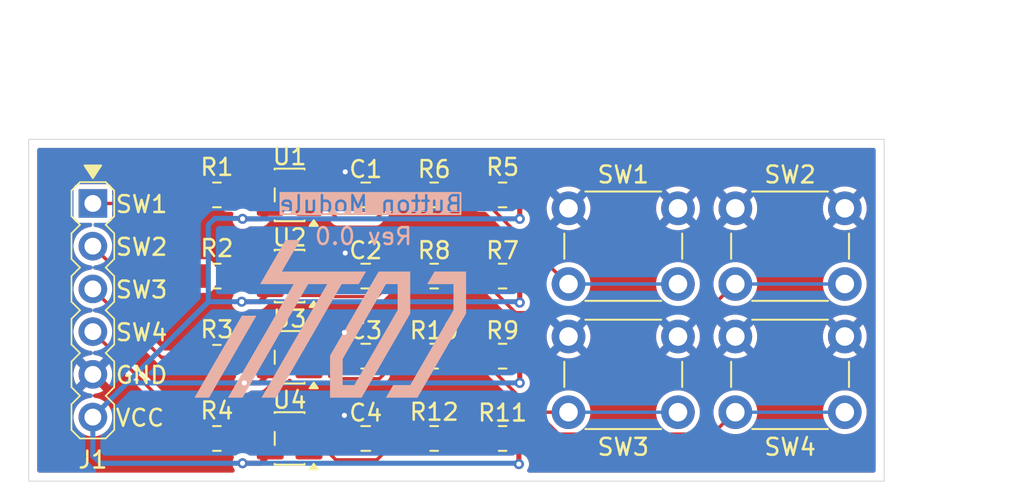
<source format=kicad_pcb>
(kicad_pcb (version 20241229) (generator "pcbnew") (generator_version "9.0")
  (title_block (title "Button Module") (date "2026-01-17") (rev "0.0") (company "Cotti"))
  (layers (0 "F.Cu" signal) (2 "B.Cu" signal) (13 "F.Paste" user) (15 "B.Paste" user) (5 "F.SilkS" user "F.Silkscreen") (7 "B.SilkS" user "B.Silkscreen") (1 "F.Mask" user) (3 "B.Mask" user) (25 "Edge.Cuts" user))
  (net 0 "")
  (net 1 "Net-(C1-Pad1)")
  (net 2 "GND")
  (net 3 "Net-(C2-Pad1)")
  (net 4 "Net-(C3-Pad1)")
  (net 5 "Net-(C4-Pad1)")
  (net 6 "Net-(J1-IO4)")
  (net 7 "Net-(J1-IO3)")
  (net 8 "Net-(J1-IO2{slash}PWM)")
  (net 9 "Net-(J1-IO1)")
  (net 10 "VCC")
  (net 11 "Net-(R5-Pad2)")
  (net 12 "Net-(R7-Pad2)")
  (net 13 "Net-(R10-Pad1)")
  (net 14 "Net-(R11-Pad2)")
  (net 15 "/io4")
  (net 16 "/io3")
  (net 17 "/io2")
  (net 18 "/io1")
  (footprint "Button_Switch_THT:SW_PUSH_6mm_H5mm" (layer "F.Cu") (at 159.056 105.7)
    (property "Reference" "SW1" (at 3.25 -2 0) (layer "F.SilkS"))
    (property "Value" "SW_Push_Dual")
    (fp_line (start -0.25 1.5) (end -0.25 3) (stroke (width 0.12)) (layer "F.SilkS"))
    (fp_line (start 1 5.5) (end 5.5 5.5) (stroke (width 0.12)) (layer "F.SilkS"))
    (fp_line (start 5.5 -1) (end 1 -1) (stroke (width 0.12)) (layer "F.SilkS"))
    (fp_line (start 6.75 3) (end 6.75 1.5) (stroke (width 0.12)) (layer "F.SilkS"))
    (pad "1" thru_hole circle (at 0 0 90) (size 2 2) (drill 1.1) (layers "*.Cu" "*.Mask") (net 2 "GND"))
    (pad "1" thru_hole circle (at 6.5 0 90) (size 2 2) (drill 1.1) (layers "*.Cu" "*.Mask") (net 2 "GND"))
    (pad "2" thru_hole circle (at 0 4.5 90) (size 2 2) (drill 1.1) (layers "*.Cu" "*.Mask") (net 11 "Net-(R5-Pad2)"))
    (pad "2" thru_hole circle (at 6.5 4.5 90) (size 2 2) (drill 1.1) (layers "*.Cu" "*.Mask") (net 11 "Net-(R5-Pad2)"))
  )
  (footprint "Resistor_SMD:R_0805_2012Metric_Pad1.20x1.40mm_HandSolder" (layer "F.Cu") (at 138.176 104.902)
    (property "Reference" "R1" (at 0 -1.65 0) (layer "F.SilkS"))
    (property "Value" "200R")
    (fp_line (start -0.227064 -0.735) (end 0.227064 -0.735) (stroke (width 0.12)) (layer "F.SilkS"))
    (fp_line (start -0.227064 0.735) (end 0.227064 0.735) (stroke (width 0.12)) (layer "F.SilkS"))
    (pad "1" smd roundrect (at -1 0) (size 1.2 1.4) (layers "F.Cu" "F.Mask" "F.Paste") (roundrect_rratio 0.208333) (net 9 "Net-(J1-IO1)"))
    (pad "2" smd roundrect (at 1 0) (size 1.2 1.4) (layers "F.Cu" "F.Mask" "F.Paste") (roundrect_rratio 0.208333) (net 18 "/io1"))
  )
  (footprint "Resistor_SMD:R_0805_2012Metric_Pad1.20x1.40mm_HandSolder" (layer "F.Cu") (at 138.176 109.728)
    (property "Reference" "R2" (at 0 -1.65 0) (layer "F.SilkS"))
    (property "Value" "200R")
    (fp_line (start -0.227064 -0.735) (end 0.227064 -0.735) (stroke (width 0.12)) (layer "F.SilkS"))
    (fp_line (start -0.227064 0.735) (end 0.227064 0.735) (stroke (width 0.12)) (layer "F.SilkS"))
    (pad "1" smd roundrect (at -1 0) (size 1.2 1.4) (layers "F.Cu" "F.Mask" "F.Paste") (roundrect_rratio 0.208333) (net 8 "Net-(J1-IO2{slash}PWM)"))
    (pad "2" smd roundrect (at 1 0) (size 1.2 1.4) (layers "F.Cu" "F.Mask" "F.Paste") (roundrect_rratio 0.208333) (net 17 "/io2"))
  )
  (footprint "Button_Switch_THT:SW_PUSH_6mm_H5mm" (layer "F.Cu") (at 159.056 113.32)
    (property "Reference" "SW3" (at 3.25 6.568 0) (layer "F.SilkS"))
    (property "Value" "SW_Push_Dual")
    (fp_line (start -0.25 1.5) (end -0.25 3) (stroke (width 0.12)) (layer "F.SilkS"))
    (fp_line (start 1 5.5) (end 5.5 5.5) (stroke (width 0.12)) (layer "F.SilkS"))
    (fp_line (start 5.5 -1) (end 1 -1) (stroke (width 0.12)) (layer "F.SilkS"))
    (fp_line (start 6.75 3) (end 6.75 1.5) (stroke (width 0.12)) (layer "F.SilkS"))
    (pad "1" thru_hole circle (at 0 0 90) (size 2 2) (drill 1.1) (layers "*.Cu" "*.Mask") (net 2 "GND"))
    (pad "1" thru_hole circle (at 6.5 0 90) (size 2 2) (drill 1.1) (layers "*.Cu" "*.Mask") (net 2 "GND"))
    (pad "2" thru_hole circle (at 0 4.5 90) (size 2 2) (drill 1.1) (layers "*.Cu" "*.Mask") (net 13 "Net-(R10-Pad1)"))
    (pad "2" thru_hole circle (at 6.5 4.5 90) (size 2 2) (drill 1.1) (layers "*.Cu" "*.Mask") (net 13 "Net-(R10-Pad1)"))
  )
  (footprint "Package_TO_SOT_SMD:SC-74A-5_1.55x2.9mm_P0.95mm" (layer "F.Cu") (at 142.494 114.554 180)
    (property "Reference" "U3" (at 0 2.286 0) (layer "F.SilkS"))
    (property "Value" "MC74VHC1GT14DBVT1G")
    (fp_line (start 0.885 1.56) (end -0.885 1.56) (stroke (width 0.12)) (layer "F.SilkS"))
    (fp_line (start 0.885 1.51) (end 0.885 1.56) (stroke (width 0.12)) (layer "F.SilkS"))
    (fp_line (start 0.885 -0.39) (end 0.885 0.39) (stroke (width 0.12)) (layer "F.SilkS"))
    (fp_line (start 0.885 -1.56) (end 0.885 -1.51) (stroke (width 0.12)) (layer "F.SilkS"))
    (fp_line (start -0.885 1.56) (end -0.885 1.51) (stroke (width 0.12)) (layer "F.SilkS"))
    (fp_line (start -0.885 -1.51) (end -0.885 -1.56) (stroke (width 0.12)) (layer "F.SilkS"))
    (fp_line (start -0.885 -1.56) (end 0.885 -1.56) (stroke (width 0.12)) (layer "F.SilkS"))
    (fp_poly (pts (xy -1.43 -1.51) (xy -1.67 -1.84) (xy -1.19 -1.84)) (stroke (width 0.12)) (fill yes) (layer "F.SilkS"))
    (pad "1" smd roundrect (at -1.15 -0.95 180) (size 1.6 0.6) (layers "F.Cu" "F.Mask" "F.Paste"))
    (pad "2" smd roundrect (at -1.15 0 180) (size 1.6 0.6) (layers "F.Cu" "F.Mask" "F.Paste") (net 4 "Net-(C3-Pad1)"))
    (pad "3" smd roundrect (at -1.15 0.95 180) (size 1.6 0.6) (layers "F.Cu" "F.Mask" "F.Paste") (net 2 "GND"))
    (pad "4" smd roundrect (at 1.15 0.95 180) (size 1.6 0.6) (layers "F.Cu" "F.Mask" "F.Paste") (net 16 "/io3"))
    (pad "5" smd roundrect (at 1.15 -0.95 180) (size 1.6 0.6) (layers "F.Cu" "F.Mask" "F.Paste") (net 10 "VCC"))
  )
  (footprint "Package_TO_SOT_SMD:SC-74A-5_1.55x2.9mm_P0.95mm" (layer "F.Cu") (at 142.494 104.902 180)
    (property "Reference" "U1" (at 0 2.286 0) (layer "F.SilkS"))
    (property "Value" "MC74VHC1GT14DBVT1G")
    (fp_line (start 0.885 1.56) (end -0.885 1.56) (stroke (width 0.12)) (layer "F.SilkS"))
    (fp_line (start 0.885 1.51) (end 0.885 1.56) (stroke (width 0.12)) (layer "F.SilkS"))
    (fp_line (start 0.885 -0.39) (end 0.885 0.39) (stroke (width 0.12)) (layer "F.SilkS"))
    (fp_line (start 0.885 -1.56) (end 0.885 -1.51) (stroke (width 0.12)) (layer "F.SilkS"))
    (fp_line (start -0.885 1.56) (end -0.885 1.51) (stroke (width 0.12)) (layer "F.SilkS"))
    (fp_line (start -0.885 -1.51) (end -0.885 -1.56) (stroke (width 0.12)) (layer "F.SilkS"))
    (fp_line (start -0.885 -1.56) (end 0.885 -1.56) (stroke (width 0.12)) (layer "F.SilkS"))
    (fp_poly (pts (xy -1.43 -1.51) (xy -1.67 -1.84) (xy -1.19 -1.84)) (stroke (width 0.12)) (fill yes) (layer "F.SilkS"))
    (pad "1" smd roundrect (at -1.15 -0.95 180) (size 1.6 0.6) (layers "F.Cu" "F.Mask" "F.Paste"))
    (pad "2" smd roundrect (at -1.15 0 180) (size 1.6 0.6) (layers "F.Cu" "F.Mask" "F.Paste") (net 1 "Net-(C1-Pad1)"))
    (pad "3" smd roundrect (at -1.15 0.95 180) (size 1.6 0.6) (layers "F.Cu" "F.Mask" "F.Paste") (net 2 "GND"))
    (pad "4" smd roundrect (at 1.15 0.95 180) (size 1.6 0.6) (layers "F.Cu" "F.Mask" "F.Paste") (net 18 "/io1"))
    (pad "5" smd roundrect (at 1.15 -0.95 180) (size 1.6 0.6) (layers "F.Cu" "F.Mask" "F.Paste") (net 10 "VCC"))
  )
  (footprint "Resistor_SMD:R_0805_2012Metric_Pad1.20x1.40mm_HandSolder" (layer "F.Cu") (at 151.078 119.38 180)
    (property "Reference" "R12" (at -0.0012 1.5748 0) (layer "F.SilkS"))
    (property "Value" "10k")
    (fp_line (start -0.227064 0.735) (end 0.227064 0.735) (stroke (width 0.12)) (layer "F.SilkS"))
    (fp_line (start -0.227064 -0.735) (end 0.227064 -0.735) (stroke (width 0.12)) (layer "F.SilkS"))
    (pad "1" smd roundrect (at -1 0 180) (size 1.2 1.4) (layers "F.Cu" "F.Mask" "F.Paste") (roundrect_rratio 0.208333) (net 14 "Net-(R11-Pad2)"))
    (pad "2" smd roundrect (at 1 0 180) (size 1.2 1.4) (layers "F.Cu" "F.Mask" "F.Paste") (roundrect_rratio 0.208333) (net 5 "Net-(C4-Pad1)"))
  )
  (footprint "Resistor_SMD:R_0805_2012Metric_Pad1.20x1.40mm_HandSolder" (layer "F.Cu") (at 138.176 114.554)
    (property "Reference" "R3" (at 0 -1.65 0) (layer "F.SilkS"))
    (property "Value" "200R")
    (fp_line (start -0.227064 -0.735) (end 0.227064 -0.735) (stroke (width 0.12)) (layer "F.SilkS"))
    (fp_line (start -0.227064 0.735) (end 0.227064 0.735) (stroke (width 0.12)) (layer "F.SilkS"))
    (pad "1" smd roundrect (at -1 0) (size 1.2 1.4) (layers "F.Cu" "F.Mask" "F.Paste") (roundrect_rratio 0.208333) (net 7 "Net-(J1-IO3)"))
    (pad "2" smd roundrect (at 1 0) (size 1.2 1.4) (layers "F.Cu" "F.Mask" "F.Paste") (roundrect_rratio 0.208333) (net 16 "/io3"))
  )
  (footprint "Resistor_SMD:R_0805_2012Metric_Pad1.20x1.40mm_HandSolder" (layer "F.Cu") (at 155.142 104.902 180)
    (property "Reference" "R5" (at 0 1.651 180) (layer "F.SilkS"))
    (property "Value" "10k")
    (fp_line (start -0.227064 0.735) (end 0.227064 0.735) (stroke (width 0.12)) (layer "F.SilkS"))
    (fp_line (start -0.227064 -0.735) (end 0.227064 -0.735) (stroke (width 0.12)) (layer "F.SilkS"))
    (pad "1" smd roundrect (at -1 0 180) (size 1.2 1.4) (layers "F.Cu" "F.Mask" "F.Paste") (roundrect_rratio 0.208333) (net 10 "VCC"))
    (pad "2" smd roundrect (at 1 0 180) (size 1.2 1.4) (layers "F.Cu" "F.Mask" "F.Paste") (roundrect_rratio 0.208333) (net 11 "Net-(R5-Pad2)"))
  )
  (footprint "Resistor_SMD:R_0805_2012Metric_Pad1.20x1.40mm_HandSolder" (layer "F.Cu") (at 151.078 104.902 180)
    (property "Reference" "R6" (at 0 1.524 180) (layer "F.SilkS"))
    (property "Value" "10k")
    (fp_line (start -0.227064 0.735) (end 0.227064 0.735) (stroke (width 0.12)) (layer "F.SilkS"))
    (fp_line (start -0.227064 -0.735) (end 0.227064 -0.735) (stroke (width 0.12)) (layer "F.SilkS"))
    (pad "1" smd roundrect (at -1 0 180) (size 1.2 1.4) (layers "F.Cu" "F.Mask" "F.Paste") (roundrect_rratio 0.208333) (net 11 "Net-(R5-Pad2)"))
    (pad "2" smd roundrect (at 1 0 180) (size 1.2 1.4) (layers "F.Cu" "F.Mask" "F.Paste") (roundrect_rratio 0.208333) (net 1 "Net-(C1-Pad1)"))
  )
  (footprint "Button_Switch_THT:SW_PUSH_6mm_H5mm" (layer "F.Cu") (at 168.962 105.7)
    (property "Reference" "SW2" (at 3.25 -2 0) (layer "F.SilkS"))
    (property "Value" "SW_Push_Dual")
    (fp_line (start -0.25 1.5) (end -0.25 3) (stroke (width 0.12)) (layer "F.SilkS"))
    (fp_line (start 1 5.5) (end 5.5 5.5) (stroke (width 0.12)) (layer "F.SilkS"))
    (fp_line (start 5.5 -1) (end 1 -1) (stroke (width 0.12)) (layer "F.SilkS"))
    (fp_line (start 6.75 3) (end 6.75 1.5) (stroke (width 0.12)) (layer "F.SilkS"))
    (pad "1" thru_hole circle (at 0 0 90) (size 2 2) (drill 1.1) (layers "*.Cu" "*.Mask") (net 2 "GND"))
    (pad "1" thru_hole circle (at 6.5 0 90) (size 2 2) (drill 1.1) (layers "*.Cu" "*.Mask") (net 2 "GND"))
    (pad "2" thru_hole circle (at 0 4.5 90) (size 2 2) (drill 1.1) (layers "*.Cu" "*.Mask") (net 12 "Net-(R7-Pad2)"))
    (pad "2" thru_hole circle (at 6.5 4.5 90) (size 2 2) (drill 1.1) (layers "*.Cu" "*.Mask") (net 12 "Net-(R7-Pad2)"))
  )
  (footprint "Resistor_SMD:R_0805_2012Metric_Pad1.20x1.40mm_HandSolder" (layer "F.Cu") (at 138.176 119.38)
    (property "Reference" "R4" (at 0 -1.65 0) (layer "F.SilkS"))
    (property "Value" "200R")
    (fp_line (start -0.227064 -0.735) (end 0.227064 -0.735) (stroke (width 0.12)) (layer "F.SilkS"))
    (fp_line (start -0.227064 0.735) (end 0.227064 0.735) (stroke (width 0.12)) (layer "F.SilkS"))
    (pad "1" smd roundrect (at -1 0) (size 1.2 1.4) (layers "F.Cu" "F.Mask" "F.Paste") (roundrect_rratio 0.208333) (net 6 "Net-(J1-IO4)"))
    (pad "2" smd roundrect (at 1 0) (size 1.2 1.4) (layers "F.Cu" "F.Mask" "F.Paste") (roundrect_rratio 0.208333) (net 15 "/io4"))
  )
  (footprint "Capacitor_SMD:C_0805_2012Metric_Pad1.18x1.45mm_HandSolder" (layer "F.Cu") (at 147.014 119.38 180)
    (property "Reference" "C4" (at 0 1.524 0) (layer "F.SilkS"))
    (property "Value" "0.47uF")
    (fp_line (start -0.261252 0.735) (end 0.261252 0.735) (stroke (width 0.12)) (layer "F.SilkS"))
    (fp_line (start -0.261252 -0.735) (end 0.261252 -0.735) (stroke (width 0.12)) (layer "F.SilkS"))
    (pad "1" smd roundrect (at -1.0375 0 180) (size 1.175 1.45) (layers "F.Cu" "F.Mask" "F.Paste") (roundrect_rratio 0.212766) (net 5 "Net-(C4-Pad1)"))
    (pad "2" smd roundrect (at 1.0375 0 180) (size 1.175 1.45) (layers "F.Cu" "F.Mask" "F.Paste") (roundrect_rratio 0.212766) (net 2 "GND"))
  )
  (footprint "Resistor_SMD:R_0805_2012Metric_Pad1.20x1.40mm_HandSolder" (layer "F.Cu") (at 151.078 109.728 180)
    (property "Reference" "R8" (at 0 1.524 180) (layer "F.SilkS"))
    (property "Value" "10k")
    (fp_line (start -0.227064 0.735) (end 0.227064 0.735) (stroke (width 0.12)) (layer "F.SilkS"))
    (fp_line (start -0.227064 -0.735) (end 0.227064 -0.735) (stroke (width 0.12)) (layer "F.SilkS"))
    (pad "1" smd roundrect (at -1 0 180) (size 1.2 1.4) (layers "F.Cu" "F.Mask" "F.Paste") (roundrect_rratio 0.208333) (net 12 "Net-(R7-Pad2)"))
    (pad "2" smd roundrect (at 1 0 180) (size 1.2 1.4) (layers "F.Cu" "F.Mask" "F.Paste") (roundrect_rratio 0.208333) (net 3 "Net-(C2-Pad1)"))
  )
  (footprint "cotti_footprints:Pmod_1x06_pin" (layer "F.Cu") (at 130.81 105.41)
    (property "Reference" "J1" (at 0 15.24 0) (layer "F.SilkS"))
    (property "Value" "Pmod GPIO 1x06 pin" (hide yes))
    (fp_line (start -1.27 -0.762) (end -0.762 -1.27) (stroke (width 0.1)) (layer "F.SilkS"))
    (fp_line (start -1.27 0.762) (end -1.27 -0.762) (stroke (width 0.1)) (layer "F.SilkS"))
    (fp_line (start -1.27 1.778) (end -0.762 1.27) (stroke (width 0.1)) (layer "F.SilkS"))
    (fp_line (start -1.27 3.302) (end -1.27 1.778) (stroke (width 0.1)) (layer "F.SilkS"))
    (fp_line (start -1.27 4.318) (end -0.762 3.81) (stroke (width 0.1)) (layer "F.SilkS"))
    (fp_line (start -1.27 5.842) (end -1.27 4.318) (stroke (width 0.1)) (layer "F.SilkS"))
    (fp_line (start -1.27 6.858) (end -0.762 6.35) (stroke (width 0.1)) (layer "F.SilkS"))
    (fp_line (start -1.27 8.382) (end -1.27 6.858) (stroke (width 0.1)) (layer "F.SilkS"))
    (fp_line (start -1.27 9.398) (end -0.762 8.89) (stroke (width 0.1)) (layer "F.SilkS"))
    (fp_line (start -1.27 10.922) (end -1.27 9.398) (stroke (width 0.1)) (layer "F.SilkS"))
    (fp_line (start -1.27 11.938) (end -0.762 11.43) (stroke (width 0.1)) (layer "F.SilkS"))
    (fp_line (start -1.27 13.462) (end -1.27 11.938) (stroke (width 0.1)) (layer "F.SilkS"))
    (fp_line (start -0.762 -1.27) (end 0 -1.27) (stroke (width 0.1)) (layer "F.SilkS"))
    (fp_line (start -0.762 1.27) (end -1.27 0.762) (stroke (width 0.1)) (layer "F.SilkS"))
    (fp_line (start -0.762 3.81) (end -1.27 3.302) (stroke (width 0.1)) (layer "F.SilkS"))
    (fp_line (start -0.762 6.35) (end -1.27 5.842) (stroke (width 0.1)) (layer "F.SilkS"))
    (fp_line (start -0.762 8.89) (end -1.27 8.382) (stroke (width 0.1)) (layer "F.SilkS"))
    (fp_line (start -0.762 11.43) (end -1.27 10.922) (stroke (width 0.1)) (layer "F.SilkS"))
    (fp_line (start -0.762 13.97) (end -1.27 13.462) (stroke (width 0.1)) (layer "F.SilkS"))
    (fp_line (start 0 -1.27) (end 0.762 -1.27) (stroke (width 0.1)) (layer "F.SilkS"))
    (fp_line (start 0.762 -1.27) (end 1.27 -0.762) (stroke (width 0.1)) (layer "F.SilkS"))
    (fp_line (start 0.762 1.27) (end 1.27 1.778) (stroke (width 0.1)) (layer "F.SilkS"))
    (fp_line (start 0.762 3.81) (end 1.27 4.318) (stroke (width 0.1)) (layer "F.SilkS"))
    (fp_line (start 0.762 6.35) (end 1.27 6.858) (stroke (width 0.1)) (layer "F.SilkS"))
    (fp_line (start 0.762 8.89) (end 1.27 9.398) (stroke (width 0.1)) (layer "F.SilkS"))
    (fp_line (start 0.762 11.43) (end 1.27 11.938) (stroke (width 0.1)) (layer "F.SilkS"))
    (fp_line (start 0.762 13.97) (end -0.762 13.97) (stroke (width 0.1)) (layer "F.SilkS"))
    (fp_line (start 1.27 -0.762) (end 1.27 0.762) (stroke (width 0.1)) (layer "F.SilkS"))
    (fp_line (start 1.27 0.762) (end 0.762 1.27) (stroke (width 0.1)) (layer "F.SilkS"))
    (fp_line (start 1.27 1.778) (end 1.27 3.302) (stroke (width 0.1)) (layer "F.SilkS"))
    (fp_line (start 1.27 3.302) (end 0.762 3.81) (stroke (width 0.1)) (layer "F.SilkS"))
    (fp_line (start 1.27 4.318) (end 1.27 5.842) (stroke (width 0.1)) (layer "F.SilkS"))
    (fp_line (start 1.27 5.842) (end 0.762 6.35) (stroke (width 0.1)) (layer "F.SilkS"))
    (fp_line (start 1.27 6.858) (end 1.27 8.382) (stroke (width 0.1)) (layer "F.SilkS"))
    (fp_line (start 1.27 8.382) (end 0.762 8.89) (stroke (width 0.1)) (layer "F.SilkS"))
    (fp_line (start 1.27 9.398) (end 1.27 10.922) (stroke (width 0.1)) (layer "F.SilkS"))
    (fp_line (start 1.27 10.922) (end 0.762 11.43) (stroke (width 0.1)) (layer "F.SilkS"))
    (fp_line (start 1.27 11.938) (end 1.27 13.462) (stroke (width 0.1)) (layer "F.SilkS"))
    (fp_line (start 1.27 13.462) (end 0.762 13.97) (stroke (width 0.1)) (layer "F.SilkS"))
    (fp_poly (pts (xy 0.5 -2.262) (xy 0 -1.5) (xy -0.5 -2.262)) (stroke (width 0.1)) (fill yes) (layer "F.SilkS"))
    (pad "1" thru_hole rect (at 0 0) (size 1.7 1.7) (drill 1) (layers "*.Cu" "*.Mask") (net 9 "Net-(J1-IO1)"))
    (pad "2" thru_hole circle (at 0 2.54) (size 1.7 1.7) (drill 1) (layers "*.Cu" "*.Mask") (net 8 "Net-(J1-IO2{slash}PWM)"))
    (pad "3" thru_hole circle (at 0 5.08) (size 1.7 1.7) (drill 1) (layers "*.Cu" "*.Mask") (net 7 "Net-(J1-IO3)"))
    (pad "4" thru_hole circle (at 0 7.62) (size 1.7 1.7) (drill 1) (layers "*.Cu" "*.Mask") (net 6 "Net-(J1-IO4)"))
    (pad "5" thru_hole circle (at 0 10.16) (size 1.7 1.7) (drill 1) (layers "*.Cu" "*.Mask") (net 2 "GND"))
    (pad "6" thru_hole circle (at 0 12.7) (size 1.7 1.7) (drill 1) (layers "*.Cu" "*.Mask") (net 10 "VCC"))
  )
  (footprint "Capacitor_SMD:C_0805_2012Metric_Pad1.18x1.45mm_HandSolder" (layer "F.Cu") (at 147.014 104.902 180)
    (property "Reference" "C1" (at 0 1.524 180) (layer "F.SilkS"))
    (property "Value" "0.47uF")
    (fp_line (start -0.261252 0.735) (end 0.261252 0.735) (stroke (width 0.12)) (layer "F.SilkS"))
    (fp_line (start -0.261252 -0.735) (end 0.261252 -0.735) (stroke (width 0.12)) (layer "F.SilkS"))
    (pad "1" smd roundrect (at -1.0375 0 180) (size 1.175 1.45) (layers "F.Cu" "F.Mask" "F.Paste") (roundrect_rratio 0.212766) (net 1 "Net-(C1-Pad1)"))
    (pad "2" smd roundrect (at 1.0375 0 180) (size 1.175 1.45) (layers "F.Cu" "F.Mask" "F.Paste") (roundrect_rratio 0.212766) (net 2 "GND"))
  )
  (footprint "Capacitor_SMD:C_0805_2012Metric_Pad1.18x1.45mm_HandSolder" (layer "F.Cu") (at 147.014 114.488 180)
    (property "Reference" "C3" (at 0 1.524 180) (layer "F.SilkS"))
    (property "Value" "0.47uF")
    (fp_line (start -0.261252 0.735) (end 0.261252 0.735) (stroke (width 0.12)) (layer "F.SilkS"))
    (fp_line (start -0.261252 -0.735) (end 0.261252 -0.735) (stroke (width 0.12)) (layer "F.SilkS"))
    (pad "1" smd roundrect (at -1.0375 0 180) (size 1.175 1.45) (layers "F.Cu" "F.Mask" "F.Paste") (roundrect_rratio 0.212766) (net 4 "Net-(C3-Pad1)"))
    (pad "2" smd roundrect (at 1.0375 0 180) (size 1.175 1.45) (layers "F.Cu" "F.Mask" "F.Paste") (roundrect_rratio 0.212766) (net 2 "GND"))
  )
  (footprint "Resistor_SMD:R_0805_2012Metric_Pad1.20x1.40mm_HandSolder" (layer "F.Cu") (at 155.142 119.38 180)
    (property "Reference" "R11" (at 0 1.524 0) (layer "F.SilkS"))
    (property "Value" "10k")
    (fp_line (start -0.227064 0.735) (end 0.227064 0.735) (stroke (width 0.12)) (layer "F.SilkS"))
    (fp_line (start -0.227064 -0.735) (end 0.227064 -0.735) (stroke (width 0.12)) (layer "F.SilkS"))
    (pad "1" smd roundrect (at -1 0 180) (size 1.2 1.4) (layers "F.Cu" "F.Mask" "F.Paste") (roundrect_rratio 0.208333) (net 10 "VCC"))
    (pad "2" smd roundrect (at 1 0 180) (size 1.2 1.4) (layers "F.Cu" "F.Mask" "F.Paste") (roundrect_rratio 0.208333) (net 14 "Net-(R11-Pad2)"))
  )
  (footprint "Package_TO_SOT_SMD:SC-74A-5_1.55x2.9mm_P0.95mm" (layer "F.Cu") (at 142.494 109.728 180)
    (property "Reference" "U2" (at 0 2.286 0) (layer "F.SilkS"))
    (property "Value" "MC74VHC1GT14DBVT1G")
    (fp_line (start 0.885 1.56) (end -0.885 1.56) (stroke (width 0.12)) (layer "F.SilkS"))
    (fp_line (start 0.885 1.51) (end 0.885 1.56) (stroke (width 0.12)) (layer "F.SilkS"))
    (fp_line (start 0.885 -0.39) (end 0.885 0.39) (stroke (width 0.12)) (layer "F.SilkS"))
    (fp_line (start 0.885 -1.56) (end 0.885 -1.51) (stroke (width 0.12)) (layer "F.SilkS"))
    (fp_line (start -0.885 1.56) (end -0.885 1.51) (stroke (width 0.12)) (layer "F.SilkS"))
    (fp_line (start -0.885 -1.51) (end -0.885 -1.56) (stroke (width 0.12)) (layer "F.SilkS"))
    (fp_line (start -0.885 -1.56) (end 0.885 -1.56) (stroke (width 0.12)) (layer "F.SilkS"))
    (fp_poly (pts (xy -1.43 -1.51) (xy -1.67 -1.84) (xy -1.19 -1.84)) (stroke (width 0.12)) (fill yes) (layer "F.SilkS"))
    (pad "1" smd roundrect (at -1.15 -0.95 180) (size 1.6 0.6) (layers "F.Cu" "F.Mask" "F.Paste"))
    (pad "2" smd roundrect (at -1.15 0 180) (size 1.6 0.6) (layers "F.Cu" "F.Mask" "F.Paste") (net 3 "Net-(C2-Pad1)"))
    (pad "3" smd roundrect (at -1.15 0.95 180) (size 1.6 0.6) (layers "F.Cu" "F.Mask" "F.Paste") (net 2 "GND"))
    (pad "4" smd roundrect (at 1.15 0.95 180) (size 1.6 0.6) (layers "F.Cu" "F.Mask" "F.Paste") (net 17 "/io2"))
    (pad "5" smd roundrect (at 1.15 -0.95 180) (size 1.6 0.6) (layers "F.Cu" "F.Mask" "F.Paste") (net 10 "VCC"))
  )
  (footprint "Package_TO_SOT_SMD:SC-74A-5_1.55x2.9mm_P0.95mm" (layer "F.Cu") (at 142.494 119.38 180)
    (property "Reference" "U4" (at 0 2.286 0) (layer "F.SilkS"))
    (property "Value" "MC74VHC1GT14DBVT1G")
    (fp_line (start 0.885 1.56) (end -0.885 1.56) (stroke (width 0.12)) (layer "F.SilkS"))
    (fp_line (start 0.885 1.51) (end 0.885 1.56) (stroke (width 0.12)) (layer "F.SilkS"))
    (fp_line (start 0.885 -0.39) (end 0.885 0.39) (stroke (width 0.12)) (layer "F.SilkS"))
    (fp_line (start 0.885 -1.56) (end 0.885 -1.51) (stroke (width 0.12)) (layer "F.SilkS"))
    (fp_line (start -0.885 1.56) (end -0.885 1.51) (stroke (width 0.12)) (layer "F.SilkS"))
    (fp_line (start -0.885 -1.51) (end -0.885 -1.56) (stroke (width 0.12)) (layer "F.SilkS"))
    (fp_line (start -0.885 -1.56) (end 0.885 -1.56) (stroke (width 0.12)) (layer "F.SilkS"))
    (fp_poly (pts (xy -1.43 -1.51) (xy -1.67 -1.84) (xy -1.19 -1.84)) (stroke (width 0.12)) (fill yes) (layer "F.SilkS"))
    (pad "1" smd roundrect (at -1.15 -0.95 180) (size 1.6 0.6) (layers "F.Cu" "F.Mask" "F.Paste"))
    (pad "2" smd roundrect (at -1.15 0 180) (size 1.6 0.6) (layers "F.Cu" "F.Mask" "F.Paste") (net 5 "Net-(C4-Pad1)"))
    (pad "3" smd roundrect (at -1.15 0.95 180) (size 1.6 0.6) (layers "F.Cu" "F.Mask" "F.Paste") (net 2 "GND"))
    (pad "4" smd roundrect (at 1.15 0.95 180) (size 1.6 0.6) (layers "F.Cu" "F.Mask" "F.Paste") (net 15 "/io4"))
    (pad "5" smd roundrect (at 1.15 -0.95 180) (size 1.6 0.6) (layers "F.Cu" "F.Mask" "F.Paste") (net 10 "VCC"))
  )
  (footprint "Resistor_SMD:R_0805_2012Metric_Pad1.20x1.40mm_HandSolder" (layer "F.Cu") (at 155.142 109.728 180)
    (property "Reference" "R7" (at 0 1.524 180) (layer "F.SilkS"))
    (property "Value" "10k")
    (fp_line (start -0.227064 0.735) (end 0.227064 0.735) (stroke (width 0.12)) (layer "F.SilkS"))
    (fp_line (start -0.227064 -0.735) (end 0.227064 -0.735) (stroke (width 0.12)) (layer "F.SilkS"))
    (pad "1" smd roundrect (at -1 0 180) (size 1.2 1.4) (layers "F.Cu" "F.Mask" "F.Paste") (roundrect_rratio 0.208333) (net 10 "VCC"))
    (pad "2" smd roundrect (at 1 0 180) (size 1.2 1.4) (layers "F.Cu" "F.Mask" "F.Paste") (roundrect_rratio 0.208333) (net 12 "Net-(R7-Pad2)"))
  )
  (footprint "Button_Switch_THT:SW_PUSH_6mm_H5mm" (layer "F.Cu") (at 168.962 113.32)
    (property "Reference" "SW4" (at 3.25 6.568 0) (layer "F.SilkS"))
    (property "Value" "SW_Push_Dual")
    (fp_line (start -0.25 1.5) (end -0.25 3) (stroke (width 0.12)) (layer "F.SilkS"))
    (fp_line (start 1 5.5) (end 5.5 5.5) (stroke (width 0.12)) (layer "F.SilkS"))
    (fp_line (start 5.5 -1) (end 1 -1) (stroke (width 0.12)) (layer "F.SilkS"))
    (fp_line (start 6.75 3) (end 6.75 1.5) (stroke (width 0.12)) (layer "F.SilkS"))
    (pad "1" thru_hole circle (at 0 0 90) (size 2 2) (drill 1.1) (layers "*.Cu" "*.Mask") (net 2 "GND"))
    (pad "1" thru_hole circle (at 6.5 0 90) (size 2 2) (drill 1.1) (layers "*.Cu" "*.Mask") (net 2 "GND"))
    (pad "2" thru_hole circle (at 0 4.5 90) (size 2 2) (drill 1.1) (layers "*.Cu" "*.Mask") (net 14 "Net-(R11-Pad2)"))
    (pad "2" thru_hole circle (at 6.5 4.5 90) (size 2 2) (drill 1.1) (layers "*.Cu" "*.Mask") (net 14 "Net-(R11-Pad2)"))
  )
  (footprint "Resistor_SMD:R_0805_2012Metric_Pad1.20x1.40mm_HandSolder" (layer "F.Cu") (at 155.142 114.488 180)
    (property "Reference" "R9" (at 0 1.524 180) (layer "F.SilkS"))
    (property "Value" "10k")
    (fp_line (start -0.227064 0.735) (end 0.227064 0.735) (stroke (width 0.12)) (layer "F.SilkS"))
    (fp_line (start -0.227064 -0.735) (end 0.227064 -0.735) (stroke (width 0.12)) (layer "F.SilkS"))
    (pad "1" smd roundrect (at -1 0 180) (size 1.2 1.4) (layers "F.Cu" "F.Mask" "F.Paste") (roundrect_rratio 0.208333) (net 10 "VCC"))
    (pad "2" smd roundrect (at 1 0 180) (size 1.2 1.4) (layers "F.Cu" "F.Mask" "F.Paste") (roundrect_rratio 0.208333) (net 13 "Net-(R10-Pad1)"))
  )
  (footprint "Resistor_SMD:R_0805_2012Metric_Pad1.20x1.40mm_HandSolder" (layer "F.Cu") (at 151.078 114.488 180)
    (property "Reference" "R10" (at 0 1.524 0) (layer "F.SilkS"))
    (property "Value" "10k")
    (fp_line (start -0.227064 0.735) (end 0.227064 0.735) (stroke (width 0.12)) (layer "F.SilkS"))
    (fp_line (start -0.227064 -0.735) (end 0.227064 -0.735) (stroke (width 0.12)) (layer "F.SilkS"))
    (pad "1" smd roundrect (at -1 0 180) (size 1.2 1.4) (layers "F.Cu" "F.Mask" "F.Paste") (roundrect_rratio 0.208333) (net 13 "Net-(R10-Pad1)"))
    (pad "2" smd roundrect (at 1 0 180) (size 1.2 1.4) (layers "F.Cu" "F.Mask" "F.Paste") (roundrect_rratio 0.208333) (net 4 "Net-(C3-Pad1)"))
  )
  (footprint "Capacitor_SMD:C_0805_2012Metric_Pad1.18x1.45mm_HandSolder" (layer "F.Cu") (at 147.014 109.728 180)
    (property "Reference" "C2" (at 0 1.524 180) (layer "F.SilkS"))
    (property "Value" "0.47uF")
    (fp_line (start -0.261252 0.735) (end 0.261252 0.735) (stroke (width 0.12)) (layer "F.SilkS"))
    (fp_line (start -0.261252 -0.735) (end 0.261252 -0.735) (stroke (width 0.12)) (layer "F.SilkS"))
    (pad "1" smd roundrect (at -1.0375 0 180) (size 1.175 1.45) (layers "F.Cu" "F.Mask" "F.Paste") (roundrect_rratio 0.212766) (net 3 "Net-(C2-Pad1)"))
    (pad "2" smd roundrect (at 1.0375 0 180) (size 1.175 1.45) (layers "F.Cu" "F.Mask" "F.Paste") (roundrect_rratio 0.212766) (net 2 "GND"))
  )
  (footprint "cotti_logo:cotti_logo_filled H=7.5mm T=0.75mm" (layer "B.Cu") (at 152.974277 109.4555 180)
    (property "Reference" "REF**" (hide yes))
    (property "Value" "cotti_logo_filled H=7.5mm T=0.75mm" (hide yes))
    (fp_poly (pts (xy 15.264528 -7.5) (xy 12.449946 -2.625) (xy 13.315971 -2.625) (xy 16.130554 -7.5)) (fill yes) (layer "B.SilkS"))
    (fp_poly (pts (xy 4.761752 -7.5) (xy 2.886752 -7.5) (xy 0 -2.5) (xy 0 0) (xy 1.875 0) (xy 2.308013 -0.75) (xy 0.75 -0.75) (xy 0.75 -2.299038) (xy 3.319764 -6.75) (xy 4.328739 -6.75)) (fill yes) (layer "B.SilkS"))
    (fp_poly (pts (xy 11.282478 -7.5) (xy 7.385363 -0.75) (xy 6.376389 -0.75) (xy 5.943376 0) (xy 10.934401 0) (xy 9.85187 1.875) (xy 10.717895 1.875) (xy 12.23344 -0.75) (xy 10.242414 -0.75) (xy 14.139528 -7.5) (xy 13.273503 -7.5) (xy 9.376389 -0.75) (xy 8.251389 -0.75) (xy 12.148503 -7.5)) (fill yes) (layer "B.SilkS"))
    (fp_poly (pts (xy 6.205127 -7.5) (xy 3.318376 -2.5) (xy 3.318376 0) (xy 5.193376 0) (xy 8.080127 -5) (xy 8.080127 -7.5) (xy 7.330127 -6.75) (xy 7.330127 -5.200962) (xy 4.760363 -0.75) (xy 4.068376 -0.75) (xy 4.068376 -2.299038) (xy 6.63814 -6.75) (xy 7.330127 -6.75) (xy 8.080127 -7.5)) (fill yes) (layer "B.SilkS"))
  )
  (gr_rect (start 127 101.6) (end 177.8 121.92) (stroke (width 0.05)) (fill no) (layer "Edge.Cuts"))
  (gr_text "SW4" (at 132.08 113.665 0) (layer "F.SilkS") (effects (font (size 1 1)) (justify left bottom)))
  (gr_text "SW3" (at 132.08 111.125 0) (layer "F.SilkS") (effects (font (size 1 1)) (justify left bottom)))
  (gr_text "GND" (at 132.08 116.205 0) (layer "F.SilkS") (effects (font (size 1 1)) (justify left bottom)))
  (gr_text "VCC" (at 132.08 118.745 0) (layer "F.SilkS") (effects (font (size 1 1)) (justify left bottom)))
  (gr_text "SW1" (at 132.08 106.045 0) (layer "F.SilkS") (effects (font (size 1 1)) (justify left bottom)))
  (gr_text "SW2" (at 132.08 108.585 0) (layer "F.SilkS") (effects (font (size 1 1)) (justify left bottom)))
  (gr_text "Rev 0.0" (at 149.86 107.95 0) (layer "B.SilkS") (effects (font (size 1 1)) (justify left bottom mirror)))
  (gr_text "Button Module" (at 147.32 106.045 0) (layer "B.SilkS" knockout) (effects (font (size 1 1)) (justify bottom mirror)))
  (segment (start 147.6248 106.3244) (end 148.0515 105.8977) (width 0.2) (layer "F.Cu") (net 1))
  (segment (start 145.3388 106.3244) (end 147.6248 106.3244) (width 0.2) (layer "F.Cu") (net 1))
  (segment (start 144.907 105.029) (end 144.907 105.8926) (width 0.2) (layer "F.Cu") (net 1))
  (segment (start 143.592 104.902) (end 144.78 104.902) (width 0.2) (layer "F.Cu") (net 1))
  (segment (start 144.78 104.902) (end 144.907 105.029) (width 0.2) (layer "F.Cu") (net 1))
  (segment (start 144.907 105.8926) (end 145.3388 106.3244) (width 0.2) (layer "F.Cu") (net 1))
  (segment (start 148.0515 104.902) (end 150.078 104.902) (width 0.2) (layer "F.Cu") (net 1))
  (segment (start 148.0515 105.8977) (end 148.0515 104.902) (width 0.2) (layer "F.Cu") (net 1))
  (via (at 145.796 103.5304) (size 0.6) (drill 0.3) (layers "F.Cu" "B.Cu") (net 2))
  (via (at 145.7452 118.0084) (size 0.6) (drill 0.3) (layers "F.Cu" "B.Cu") (net 2))
  (via (at 145.7452 113.0808) (size 0.6) (drill 0.3) (layers "F.Cu" "B.Cu") (net 2))
  (via (at 145.796 108.3564) (size 0.6) (drill 0.3) (layers "F.Cu" "B.Cu") (net 2))
  (segment (start 144.526 109.728) (end 144.907 110.109) (width 0.2) (layer "F.Cu") (net 3))
  (segment (start 147.6756 110.9472) (end 148.0515 110.5713) (width 0.2) (layer "F.Cu") (net 3))
  (segment (start 144.907 110.109) (end 144.907 110.8202) (width 0.2) (layer "F.Cu") (net 3))
  (segment (start 144.907 110.8202) (end 145.034 110.9472) (width 0.2) (layer "F.Cu") (net 3))
  (segment (start 148.0515 109.728) (end 150.078 109.728) (width 0.2) (layer "F.Cu") (net 3))
  (segment (start 145.034 110.9472) (end 147.6756 110.9472) (width 0.2) (layer "F.Cu") (net 3))
  (segment (start 143.592 109.728) (end 144.526 109.728) (width 0.2) (layer "F.Cu") (net 3))
  (segment (start 148.0515 110.5713) (end 148.0515 109.728) (width 0.2) (layer "F.Cu") (net 3))
  (segment (start 148.0515 114.488) (end 150.078 114.488) (width 0.2) (layer "F.Cu") (net 4))
  (segment (start 144.87508 114.85228) (end 144.87508 115.66508) (width 0.2) (layer "F.Cu") (net 4))
  (segment (start 147.828 115.824) (end 148.0515 115.6005) (width 0.2) (layer "F.Cu") (net 4))
  (segment (start 145.034 115.824) (end 147.828 115.824) (width 0.2) (layer "F.Cu") (net 4))
  (segment (start 148.0515 115.6005) (end 148.0515 114.488) (width 0.2) (layer "F.Cu") (net 4))
  (segment (start 144.5768 114.554) (end 144.87508 114.85228) (width 0.2) (layer "F.Cu") (net 4))
  (segment (start 144.87508 115.66508) (end 145.034 115.824) (width 0.2) (layer "F.Cu") (net 4))
  (segment (start 143.592 114.554) (end 144.5768 114.554) (width 0.2) (layer "F.Cu") (net 4))
  (segment (start 143.592 119.38) (end 144.7292 119.38) (width 0.2) (layer "F.Cu") (net 5))
  (segment (start 147.6756 120.65) (end 148.0515 120.2741) (width 0.2) (layer "F.Cu") (net 5))
  (segment (start 144.7292 119.38) (end 144.9324 119.5832) (width 0.2) (layer "F.Cu") (net 5))
  (segment (start 148.0515 120.2741) (end 148.0515 119.38) (width 0.2) (layer "F.Cu") (net 5))
  (segment (start 145.2372 120.65) (end 147.6756 120.65) (width 0.2) (layer "F.Cu") (net 5))
  (segment (start 144.9324 119.5832) (end 144.9324 120.3452) (width 0.2) (layer "F.Cu") (net 5))
  (segment (start 144.9324 120.3452) (end 145.2372 120.65) (width 0.2) (layer "F.Cu") (net 5))
  (segment (start 150.078 119.38) (end 148.0515 119.38) (width 0.2) (layer "F.Cu") (net 5))
  (segment (start 130.81 113.03) (end 135.382 117.602) (width 0.2) (layer "F.Cu") (net 6))
  (segment (start 135.89 119.38) (end 137.176 119.38) (width 0.2) (layer "F.Cu") (net 6))
  (segment (start 135.382 117.602) (end 135.382 118.872) (width 0.2) (layer "F.Cu") (net 6))
  (segment (start 135.382 118.872) (end 135.89 119.38) (width 0.2) (layer "F.Cu") (net 6))
  (segment (start 134.874 114.554) (end 137.176 114.554) (width 0.2) (layer "F.Cu") (net 7))
  (segment (start 130.81 110.49) (end 134.874 114.554) (width 0.2) (layer "F.Cu") (net 7))
  (segment (start 130.81 107.95) (end 132.588 109.728) (width 0.2) (layer "F.Cu") (net 8))
  (segment (start 132.588 109.728) (end 137.176 109.728) (width 0.2) (layer "F.Cu") (net 8))
  (segment (start 136.017 104.902) (end 137.176 104.902) (width 0.2) (layer "F.Cu") (net 9))
  (segment (start 135.509 105.41) (end 136.017 104.902) (width 0.2) (layer "F.Cu") (net 9))
  (segment (start 130.81 105.41) (end 135.509 105.41) (width 0.2) (layer "F.Cu") (net 9))
  (segment (start 156.1084 120.904) (end 156.1084 119.4136) (width 0.3) (layer "F.Cu") (net 10))
  (segment (start 156.1592 106.3244) (end 156.1592 104.9192) (width 0.3) (layer "F.Cu") (net 10))
  (segment (start 139.8016 116.078) (end 140.718 116.078) (width 0.3) (layer "F.Cu") (net 10))
  (segment (start 156.1592 104.9192) (end 156.142 104.902) (width 0.3) (layer "F.Cu") (net 10))
  (segment (start 139.7 106.3244) (end 140.8196 106.3244) (width 0.3) (layer "F.Cu") (net 10))
  (segment (start 156.1592 116.078) (end 156.1592 114.5052) (width 0.3) (layer "F.Cu") (net 10))
  (segment (start 139.6492 111.252) (end 140.718 111.252) (width 0.3) (layer "F.Cu") (net 10))
  (segment (start 140.718 111.252) (end 141.292 110.678) (width 0.3) (layer "F.Cu") (net 10))
  (segment (start 156.1592 109.7452) (end 156.142 109.728) (width 0.3) (layer "F.Cu") (net 10))
  (segment (start 156.1592 114.5052) (end 156.142 114.488) (width 0.3) (layer "F.Cu") (net 10))
  (segment (start 140.7688 120.8532) (end 141.292 120.33) (width 0.3) (layer "F.Cu") (net 10))
  (segment (start 156.1084 119.4136) (end 156.142 119.38) (width 0.3) (layer "F.Cu") (net 10))
  (segment (start 140.8196 106.3244) (end 141.292 105.852) (width 0.3) (layer "F.Cu") (net 10))
  (segment (start 140.718 116.078) (end 141.292 115.504) (width 0.3) (layer "F.Cu") (net 10))
  (segment (start 139.7 120.8532) (end 140.7688 120.8532) (width 0.3) (layer "F.Cu") (net 10))
  (segment (start 156.1592 111.3028) (end 156.1592 109.7452) (width 0.3) (layer "F.Cu") (net 10))
  (via (at 156.1592 111.3028) (size 0.6) (drill 0.3) (layers "F.Cu" "B.Cu") (net 10))
  (via (at 156.1084 120.904) (size 0.6) (drill 0.3) (layers "F.Cu" "B.Cu") (net 10))
  (via (at 139.7 106.3244) (size 0.6) (drill 0.3) (layers "F.Cu" "B.Cu") (net 10))
  (via (at 139.8016 116.078) (size 0.6) (drill 0.3) (layers "F.Cu" "B.Cu") (net 10))
  (via (at 139.6492 111.252) (size 0.6) (drill 0.3) (layers "F.Cu" "B.Cu") (net 10))
  (via (at 156.1592 116.078) (size 0.6) (drill 0.3) (layers "F.Cu" "B.Cu") (net 10))
  (via (at 156.1592 106.3244) (size 0.6) (drill 0.3) (layers "F.Cu" "B.Cu") (net 10))
  (via (at 139.7 120.8532) (size 0.6) (drill 0.3) (layers "F.Cu" "B.Cu") (net 10))
  (segment (start 156.1084 111.252) (end 156.1592 111.3028) (width 0.3) (layer "B.Cu") (net 10))
  (segment (start 132.842 116.078) (end 139.8016 116.078) (width 0.3) (layer "B.Cu") (net 10))
  (segment (start 130.81 120.396) (end 131.2672 120.8532) (width 0.3) (layer "B.Cu") (net 10))
  (segment (start 130.81 118.11) (end 137.668 111.252) (width 0.3) (layer "B.Cu") (net 10))
  (segment (start 139.8016 116.078) (end 156.1592 116.078) (width 0.3) (layer "B.Cu") (net 10))
  (segment (start 139.7 120.8532) (end 156.0576 120.8532) (width 0.3) (layer "B.Cu") (net 10))
  (segment (start 137.668 111.252) (end 139.6492 111.252) (width 0.3) (layer "B.Cu") (net 10))
  (segment (start 139.7 106.3244) (end 156.1592 106.3244) (width 0.3) (layer "B.Cu") (net 10))
  (segment (start 131.2672 120.8532) (end 139.7 120.8532) (width 0.3) (layer "B.Cu") (net 10))
  (segment (start 135.8392 113.0808) (end 137.668 111.252) (width 0.3) (layer "B.Cu") (net 10))
  (segment (start 139.6492 111.252) (end 156.1084 111.252) (width 0.3) (layer "B.Cu") (net 10))
  (segment (start 137.668 111.252) (end 137.668 106.68) (width 0.3) (layer "B.Cu") (net 10))
  (segment (start 137.668 106.68) (end 138.049 106.299) (width 0.3) (layer "B.Cu") (net 10))
  (segment (start 130.81 118.11) (end 135.8392 113.0808) (width 0.2) (layer "B.Cu") (net 10))
  (segment (start 130.81 118.11) (end 132.842 116.078) (width 0.2) (layer "B.Cu") (net 10))
  (segment (start 139.6746 106.299) (end 139.7 106.3244) (width 0.3) (layer "B.Cu") (net 10))
  (segment (start 138.049 106.299) (end 139.6746 106.299) (width 0.3) (layer "B.Cu") (net 10))
  (segment (start 156.0576 120.8532) (end 156.1084 120.904) (width 0.3) (layer "B.Cu") (net 10))
  (segment (start 130.81 118.11) (end 130.81 120.396) (width 0.3) (layer "B.Cu") (net 10))
  (segment (start 154.142 104.902) (end 154.142 105.338) (width 0.2) (layer "F.Cu") (net 11))
  (segment (start 152.078 104.902) (end 154.142 104.902) (width 0.2) (layer "F.Cu") (net 11))
  (segment (start 154.142 105.338) (end 159.004 110.2) (width 0.2) (layer "F.Cu") (net 11))
  (segment (start 165.504 110.2) (end 159.004 110.2) (width 0.2) (layer "B.Cu") (net 11))
  (segment (start 155.910257 111.9038) (end 167.2062 111.9038) (width 0.2) (layer "F.Cu") (net 12))
  (segment (start 154.142 109.728) (end 154.142 110.135543) (width 0.2) (layer "F.Cu") (net 12))
  (segment (start 152.078 109.728) (end 154.142 109.728) (width 0.2) (layer "F.Cu") (net 12))
  (segment (start 167.2062 111.9038) (end 168.91 110.2) (width 0.2) (layer "F.Cu") (net 12))
  (segment (start 154.142 110.135543) (end 155.910257 111.9038) (width 0.2) (layer "F.Cu") (net 12))
  (segment (start 175.41 110.2) (end 168.91 110.2) (width 0.2) (layer "B.Cu") (net 12))
  (segment (start 157.051257 117.82) (end 159.004 117.82) (width 0.2) (layer "F.Cu") (net 13))
  (segment (start 152.078 114.488) (end 154.142 114.488) (width 0.2) (layer "F.Cu") (net 13))
  (segment (start 154.142 114.488) (end 154.142 114.910743) (width 0.2) (layer "F.Cu") (net 13))
  (segment (start 154.142 114.910743) (end 157.051257 117.82) (width 0.2) (layer "F.Cu") (net 13))
  (segment (start 165.504 117.82) (end 159.004 117.82) (width 0.2) (layer "B.Cu") (net 13))
  (segment (start 167.609 119.121) (end 168.91 117.82) (width 0.2) (layer "F.Cu") (net 14))
  (segment (start 158.465108 119.121) (end 167.609 119.121) (width 0.2) (layer "F.Cu") (net 14))
  (segment (start 154.142 119.38) (end 155.163108 118.358892) (width 0.2) (layer "F.Cu") (net 14))
  (segment (start 152.078 119.38) (end 154.142 119.38) (width 0.2) (layer "F.Cu") (net 14))
  (segment (start 157.703 118.358892) (end 158.465108 119.121) (width 0.2) (layer "F.Cu") (net 14))
  (segment (start 155.163108 118.358892) (end 157.703 118.358892) (width 0.2) (layer "F.Cu") (net 14))
  (segment (start 175.41 117.82) (end 168.91 117.82) (width 0.2) (layer "B.Cu") (net 14))
  (segment (start 139.176 118.6594) (end 139.4054 118.43) (width 0.2) (layer "F.Cu") (net 15))
  (segment (start 139.176 119.38) (end 139.176 118.6594) (width 0.2) (layer "F.Cu") (net 15))
  (segment (start 139.4054 118.43) (end 141.292 118.43) (width 0.2) (layer "F.Cu") (net 15))
  (segment (start 139.38 113.604) (end 141.292 113.604) (width 0.2) (layer "F.Cu") (net 16))
  (segment (start 139.176 113.808) (end 139.38 113.604) (width 0.2) (layer "F.Cu") (net 16))
  (segment (start 139.176 114.554) (end 139.176 113.808) (width 0.2) (layer "F.Cu") (net 16))
  (segment (start 139.5578 108.778) (end 141.292 108.778) (width 0.2) (layer "F.Cu") (net 17))
  (segment (start 139.176 109.1598) (end 139.5578 108.778) (width 0.2) (layer "F.Cu") (net 17))
  (segment (start 139.176 109.728) (end 139.176 109.1598) (width 0.2) (layer "F.Cu") (net 17))
  (segment (start 139.176 104.902) (end 139.176 104.2576) (width 0.2) (layer "F.Cu") (net 18))
  (segment (start 139.176 104.2576) (end 139.4816 103.952) (width 0.2) (layer "F.Cu") (net 18))
  (segment (start 139.4816 103.952) (end 141.292 103.952) (width 0.2) (layer "F.Cu") (net 18))
  (zone (net 2) (net_name "GND") (layers "F.Cu" "B.Cu") (connect_pads (clearance 0.3)) (min_thickness 0.25) (fill yes (thermal_gap 0.3) (thermal_bridge_width 0.5))
    (polygon (pts (xy 127.508 121.412) (xy 127.508 102.108) (xy 177.292 102.108) (xy 177.292 121.412)))
  )
)
</source>
